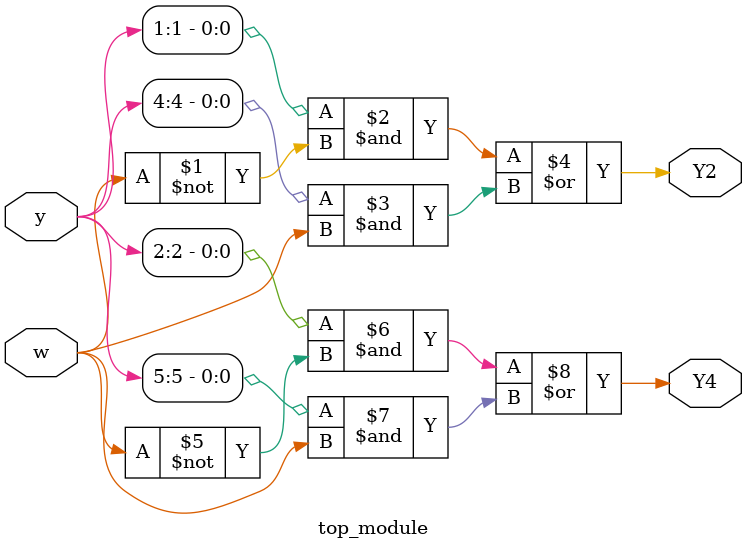
<source format=sv>
module top_module (
	input [6:1] y,
	input w,
	output Y2,
	output Y4
);

	// State A
	assign Y2 = (y[1] & ~w) | (y[4] & w);
	assign Y4 = (y[2] & ~w) | (y[5] & w);

endmodule

</source>
